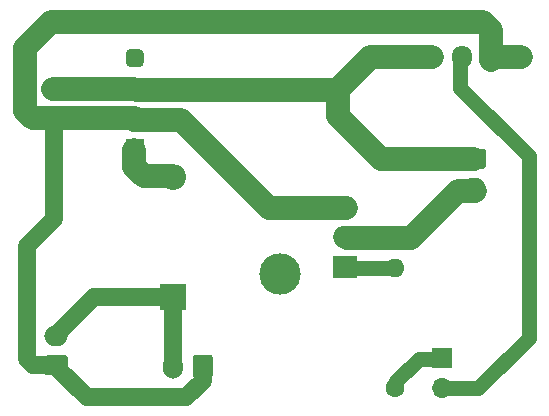
<source format=gbr>
%TF.GenerationSoftware,KiCad,Pcbnew,(5.1.8-0-10_14)*%
%TF.CreationDate,2022-01-02T22:10:03-05:00*%
%TF.ProjectId,Exposure-control,4578706f-7375-4726-952d-636f6e74726f,rev?*%
%TF.SameCoordinates,PX97fa40PY44b2ea0*%
%TF.FileFunction,Copper,L2,Bot*%
%TF.FilePolarity,Positive*%
%FSLAX46Y46*%
G04 Gerber Fmt 4.6, Leading zero omitted, Abs format (unit mm)*
G04 Created by KiCad (PCBNEW (5.1.8-0-10_14)) date 2022-01-02 22:10:03*
%MOMM*%
%LPD*%
G01*
G04 APERTURE LIST*
%TA.AperFunction,ComponentPad*%
%ADD10O,2.000000X1.905000*%
%TD*%
%TA.AperFunction,ComponentPad*%
%ADD11R,2.000000X1.905000*%
%TD*%
%TA.AperFunction,ComponentPad*%
%ADD12O,1.700000X1.700000*%
%TD*%
%TA.AperFunction,ComponentPad*%
%ADD13R,1.700000X1.700000*%
%TD*%
%TA.AperFunction,ComponentPad*%
%ADD14O,2.000000X1.700000*%
%TD*%
%TA.AperFunction,ComponentPad*%
%ADD15O,1.700000X2.000000*%
%TD*%
%TA.AperFunction,ComponentPad*%
%ADD16O,1.700000X1.950000*%
%TD*%
%TA.AperFunction,ComponentPad*%
%ADD17R,1.524000X1.524000*%
%TD*%
%TA.AperFunction,ComponentPad*%
%ADD18O,2.200000X2.200000*%
%TD*%
%TA.AperFunction,ComponentPad*%
%ADD19R,2.200000X2.200000*%
%TD*%
%TA.AperFunction,ComponentPad*%
%ADD20C,1.600000*%
%TD*%
%TA.AperFunction,ComponentPad*%
%ADD21O,1.600000X1.600000*%
%TD*%
%TA.AperFunction,ViaPad*%
%ADD22C,3.500000*%
%TD*%
%TA.AperFunction,Conductor*%
%ADD23C,2.000000*%
%TD*%
%TA.AperFunction,Conductor*%
%ADD24C,1.500000*%
%TD*%
%TA.AperFunction,Conductor*%
%ADD25C,1.250000*%
%TD*%
G04 APERTURE END LIST*
D10*
%TO.P,Q1,3*%
%TO.N,GND*%
X30550000Y17680000D03*
%TO.P,Q1,2*%
%TO.N,SafelightGnd*%
X30550000Y15140000D03*
D11*
%TO.P,Q1,1*%
%TO.N,Net-(Q1-Pad1)*%
X30550000Y12600000D03*
%TD*%
D12*
%TO.P,J1,2*%
%TO.N,UVControl*%
X38750000Y2360000D03*
D13*
%TO.P,J1,1*%
%TO.N,SafelightControl*%
X38750000Y4900000D03*
%TD*%
D14*
%TO.P,J5,2*%
%TO.N,SafelightGnd*%
X41500000Y19300000D03*
%TO.P,J5,1*%
%TO.N,+24V*%
%TA.AperFunction,ComponentPad*%
G36*
G01*
X40750000Y22650000D02*
X42250000Y22650000D01*
G75*
G02*
X42500000Y22400000I0J-250000D01*
G01*
X42500000Y21200000D01*
G75*
G02*
X42250000Y20950000I-250000J0D01*
G01*
X40750000Y20950000D01*
G75*
G02*
X40500000Y21200000I0J250000D01*
G01*
X40500000Y22400000D01*
G75*
G02*
X40750000Y22650000I250000J0D01*
G01*
G37*
%TD.AperFunction*%
%TD*%
D15*
%TO.P,J4,2*%
%TO.N,+5V*%
X16000000Y4200000D03*
%TO.P,J4,1*%
%TO.N,GND*%
%TA.AperFunction,ComponentPad*%
G36*
G01*
X19350000Y4950000D02*
X19350000Y3450000D01*
G75*
G02*
X19100000Y3200000I-250000J0D01*
G01*
X17900000Y3200000D01*
G75*
G02*
X17650000Y3450000I0J250000D01*
G01*
X17650000Y4950000D01*
G75*
G02*
X17900000Y5200000I250000J0D01*
G01*
X19100000Y5200000D01*
G75*
G02*
X19350000Y4950000I0J-250000D01*
G01*
G37*
%TD.AperFunction*%
%TD*%
D14*
%TO.P,J3,2*%
%TO.N,+5V*%
X6100000Y6800000D03*
%TO.P,J3,1*%
%TO.N,GND*%
%TA.AperFunction,ComponentPad*%
G36*
G01*
X6850000Y3450000D02*
X5350000Y3450000D01*
G75*
G02*
X5100000Y3700000I0J250000D01*
G01*
X5100000Y4900000D01*
G75*
G02*
X5350000Y5150000I250000J0D01*
G01*
X6850000Y5150000D01*
G75*
G02*
X7100000Y4900000I0J-250000D01*
G01*
X7100000Y3700000D01*
G75*
G02*
X6850000Y3450000I-250000J0D01*
G01*
G37*
%TD.AperFunction*%
%TD*%
%TO.P,J2,1*%
%TO.N,GND*%
%TA.AperFunction,ComponentPad*%
G36*
G01*
X6650000Y24350000D02*
X5150000Y24350000D01*
G75*
G02*
X4900000Y24600000I0J250000D01*
G01*
X4900000Y25800000D01*
G75*
G02*
X5150000Y26050000I250000J0D01*
G01*
X6650000Y26050000D01*
G75*
G02*
X6900000Y25800000I0J-250000D01*
G01*
X6900000Y24600000D01*
G75*
G02*
X6650000Y24350000I-250000J0D01*
G01*
G37*
%TD.AperFunction*%
%TO.P,J2,2*%
%TO.N,+24V*%
X5900000Y27700000D03*
%TD*%
D16*
%TO.P,J7,5*%
%TO.N,GND*%
X45450000Y30400000D03*
%TO.P,J7,4*%
X42950000Y30400000D03*
%TO.P,J7,3*%
%TO.N,UVControl*%
X40450000Y30400000D03*
%TO.P,J7,2*%
%TO.N,+24V*%
X37950000Y30400000D03*
%TO.P,J7,1*%
%TA.AperFunction,ComponentPad*%
G36*
G01*
X34600000Y29675000D02*
X34600000Y31125000D01*
G75*
G02*
X34850000Y31375000I250000J0D01*
G01*
X36050000Y31375000D01*
G75*
G02*
X36300000Y31125000I0J-250000D01*
G01*
X36300000Y29675000D01*
G75*
G02*
X36050000Y29425000I-250000J0D01*
G01*
X34850000Y29425000D01*
G75*
G02*
X34600000Y29675000I0J250000D01*
G01*
G37*
%TD.AperFunction*%
%TD*%
%TO.P,U1,4*%
%TO.N,Net-(U1-Pad4)*%
%TA.AperFunction,ComponentPad*%
G36*
G01*
X13131000Y29548000D02*
X12369000Y29548000D01*
G75*
G02*
X11988000Y29929000I0J381000D01*
G01*
X11988000Y30691000D01*
G75*
G02*
X12369000Y31072000I381000J0D01*
G01*
X13131000Y31072000D01*
G75*
G02*
X13512000Y30691000I0J-381000D01*
G01*
X13512000Y29929000D01*
G75*
G02*
X13131000Y29548000I-381000J0D01*
G01*
G37*
%TD.AperFunction*%
%TO.P,U1,3*%
%TO.N,+24V*%
%TA.AperFunction,ComponentPad*%
G36*
G01*
X13131000Y27008000D02*
X12369000Y27008000D01*
G75*
G02*
X11988000Y27389000I0J381000D01*
G01*
X11988000Y28151000D01*
G75*
G02*
X12369000Y28532000I381000J0D01*
G01*
X13131000Y28532000D01*
G75*
G02*
X13512000Y28151000I0J-381000D01*
G01*
X13512000Y27389000D01*
G75*
G02*
X13131000Y27008000I-381000J0D01*
G01*
G37*
%TD.AperFunction*%
%TO.P,U1,2*%
%TO.N,GND*%
%TA.AperFunction,ComponentPad*%
G36*
G01*
X13131000Y24468000D02*
X12369000Y24468000D01*
G75*
G02*
X11988000Y24849000I0J381000D01*
G01*
X11988000Y25611000D01*
G75*
G02*
X12369000Y25992000I381000J0D01*
G01*
X13131000Y25992000D01*
G75*
G02*
X13512000Y25611000I0J-381000D01*
G01*
X13512000Y24849000D01*
G75*
G02*
X13131000Y24468000I-381000J0D01*
G01*
G37*
%TD.AperFunction*%
D17*
%TO.P,U1,1*%
%TO.N,Net-(D1-Pad2)*%
X12750000Y22690000D03*
%TD*%
D18*
%TO.P,D1,2*%
%TO.N,Net-(D1-Pad2)*%
X16000000Y20260000D03*
D19*
%TO.P,D1,1*%
%TO.N,+5V*%
X16000000Y10100000D03*
%TD*%
D20*
%TO.P,R3,1*%
%TO.N,SafelightControl*%
X34800000Y2400000D03*
D21*
%TO.P,R3,2*%
%TO.N,Net-(Q1-Pad1)*%
X34800000Y12560000D03*
%TD*%
D22*
%TO.N,*%
X25040000Y12036000D03*
%TD*%
D23*
%TO.N,GND*%
X42950000Y30400000D02*
X45450000Y30400000D01*
X12800000Y25200000D02*
X5700000Y25200000D01*
X3450000Y25850000D02*
X4100000Y25200000D01*
X3450000Y31150000D02*
X3450000Y25850000D01*
X4100000Y25200000D02*
X5800000Y25200000D01*
X5700000Y33400000D02*
X3450000Y31150000D01*
X42950000Y30150000D02*
X42950000Y32650000D01*
X42200000Y33400000D02*
X5700000Y33400000D01*
X42950000Y32650000D02*
X42200000Y33400000D01*
X16700000Y25100000D02*
X12700000Y25100000D01*
D24*
X5900000Y16700000D02*
X5900000Y25200000D01*
X18500000Y4200000D02*
X18500000Y3000000D01*
X18500000Y3000000D02*
X17100000Y1600000D01*
X8700000Y1600000D02*
X6100000Y4200000D01*
X17100000Y1600000D02*
X8700000Y1600000D01*
X6100000Y4300000D02*
X4100000Y4300000D01*
X4100000Y4300000D02*
X3600000Y4800000D01*
X3600000Y14400000D02*
X5900000Y16700000D01*
X3600000Y4800000D02*
X3600000Y14400000D01*
D23*
X24150000Y17650000D02*
X16700000Y25100000D01*
X30600000Y17650000D02*
X24150000Y17650000D01*
D24*
%TO.N,+5V*%
X16000000Y4200000D02*
X16000000Y9900000D01*
X9300000Y10100000D02*
X6000000Y6800000D01*
X16000000Y10100000D02*
X9300000Y10100000D01*
D23*
%TO.N,Net-(D1-Pad2)*%
X15900000Y20300000D02*
X13500000Y20300000D01*
X12700000Y21100000D02*
X12700000Y22550000D01*
X13500000Y20300000D02*
X12700000Y21100000D01*
D25*
%TO.N,UVControl*%
X40300000Y27800000D02*
X40300000Y30700000D01*
X46100000Y22000000D02*
X40300000Y27800000D01*
X46100000Y6650000D02*
X46100000Y22000000D01*
X41800000Y2350000D02*
X46100000Y6650000D01*
X38650000Y2350000D02*
X41800000Y2350000D01*
D23*
%TO.N,+24V*%
X12950000Y27650000D02*
X29950000Y27650000D01*
X37950000Y30400000D02*
X35450000Y30400000D01*
X32700000Y30400000D02*
X29950000Y27650000D01*
X35450000Y30400000D02*
X32700000Y30400000D01*
X12700000Y27700000D02*
X5800000Y27700000D01*
X29950000Y25450000D02*
X29950000Y27650000D01*
X33600000Y21800000D02*
X29950000Y25450000D01*
X41500000Y21800000D02*
X33600000Y21800000D01*
D25*
%TO.N,SafelightControl*%
X34900000Y2400000D02*
X34900000Y2950000D01*
X36800000Y4850000D02*
X38600000Y4850000D01*
X34900000Y2950000D02*
X36800000Y4850000D01*
D23*
%TO.N,SafelightGnd*%
X40100000Y19100000D02*
X41600000Y19100000D01*
X36100000Y15100000D02*
X40100000Y19100000D01*
X30750000Y15100000D02*
X36100000Y15100000D01*
D25*
%TO.N,Net-(Q1-Pad1)*%
X30700000Y12600000D02*
X30600000Y12500000D01*
X34500000Y12550000D02*
X34550000Y12600000D01*
X30400000Y12550000D02*
X34500000Y12550000D01*
%TD*%
M02*

</source>
